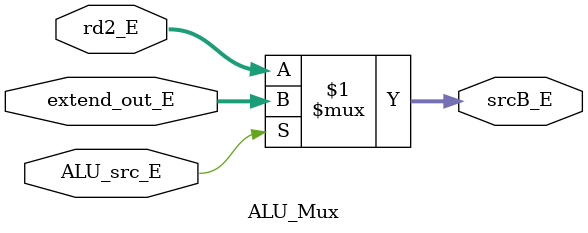
<source format=v>
module ALU_Mux(
	input		ALU_src_E,
	input	[31:0]	rd2_E,
	input	[31:0]	extend_out_E,
	output	[31:0]	srcB_E
);

assign srcB_E = ALU_src_E ? extend_out_E : rd2_E;

endmodule
</source>
